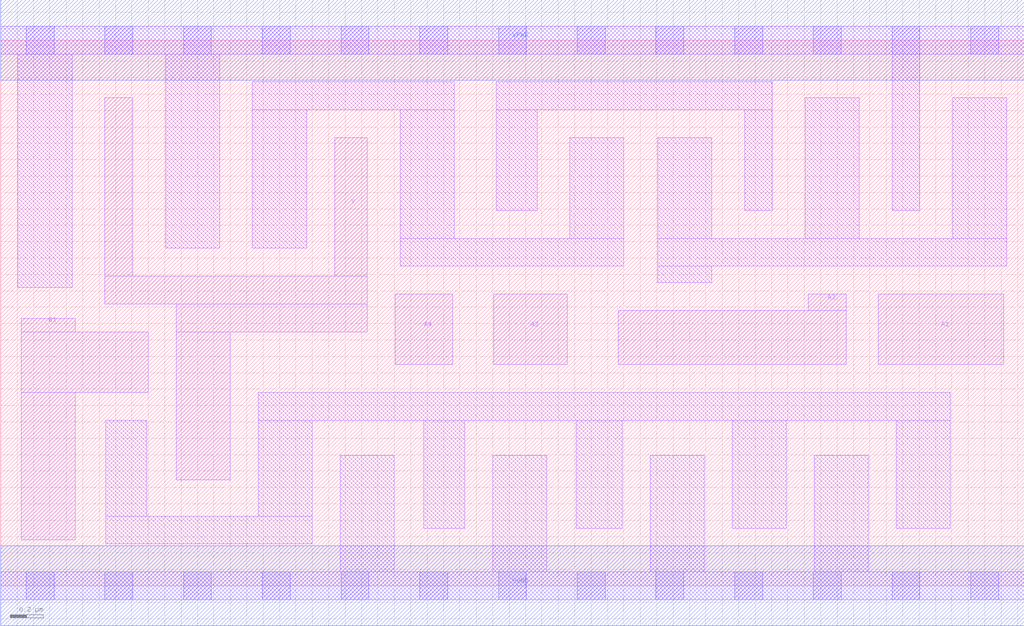
<source format=lef>
# Copyright 2020 The SkyWater PDK Authors
#
# Licensed under the Apache License, Version 2.0 (the "License");
# you may not use this file except in compliance with the License.
# You may obtain a copy of the License at
#
#     https://www.apache.org/licenses/LICENSE-2.0
#
# Unless required by applicable law or agreed to in writing, software
# distributed under the License is distributed on an "AS IS" BASIS,
# WITHOUT WARRANTIES OR CONDITIONS OF ANY KIND, either express or implied.
# See the License for the specific language governing permissions and
# limitations under the License.
#
# SPDX-License-Identifier: Apache-2.0

VERSION 5.7 ;
  NAMESCASESENSITIVE ON ;
  NOWIREEXTENSIONATPIN ON ;
  DIVIDERCHAR "/" ;
  BUSBITCHARS "[]" ;
UNITS
  DATABASE MICRONS 200 ;
END UNITS
MACRO sky130_fd_sc_hs__o41ai_2
  CLASS CORE ;
  SOURCE USER ;
  FOREIGN sky130_fd_sc_hs__o41ai_2 ;
  ORIGIN  0.000000  0.000000 ;
  SIZE  6.240000 BY  3.330000 ;
  SYMMETRY X Y ;
  SITE unit ;
  PIN A1
    ANTENNAGATEAREA  0.558000 ;
    DIRECTION INPUT ;
    USE SIGNAL ;
    PORT
      LAYER li1 ;
        RECT 5.350000 1.350000 6.115000 1.780000 ;
    END
  END A1
  PIN A2
    ANTENNAGATEAREA  0.558000 ;
    DIRECTION INPUT ;
    USE SIGNAL ;
    PORT
      LAYER li1 ;
        RECT 3.765000 1.350000 5.155000 1.680000 ;
        RECT 4.925000 1.680000 5.155000 1.780000 ;
    END
  END A2
  PIN A3
    ANTENNAGATEAREA  0.558000 ;
    DIRECTION INPUT ;
    USE SIGNAL ;
    PORT
      LAYER li1 ;
        RECT 3.005000 1.350000 3.455000 1.780000 ;
    END
  END A3
  PIN A4
    ANTENNAGATEAREA  0.558000 ;
    DIRECTION INPUT ;
    USE SIGNAL ;
    PORT
      LAYER li1 ;
        RECT 2.405000 1.350000 2.755000 1.780000 ;
    END
  END A4
  PIN B1
    ANTENNAGATEAREA  0.558000 ;
    DIRECTION INPUT ;
    USE SIGNAL ;
    PORT
      LAYER li1 ;
        RECT 0.125000 0.280000 0.455000 1.180000 ;
        RECT 0.125000 1.180000 0.900000 1.550000 ;
        RECT 0.125000 1.550000 0.455000 1.630000 ;
    END
  END B1
  PIN Y
    ANTENNADIFFAREA  0.879200 ;
    DIRECTION OUTPUT ;
    USE SIGNAL ;
    PORT
      LAYER li1 ;
        RECT 0.635000 1.720000 2.235000 1.890000 ;
        RECT 0.635000 1.890000 0.805000 2.980000 ;
        RECT 1.070000 0.645000 1.400000 1.550000 ;
        RECT 1.070000 1.550000 2.235000 1.720000 ;
        RECT 2.035000 1.890000 2.235000 2.735000 ;
    END
  END Y
  PIN VGND
    DIRECTION INOUT ;
    USE GROUND ;
    PORT
      LAYER met1 ;
        RECT 0.000000 -0.245000 6.240000 0.245000 ;
    END
  END VGND
  PIN VPWR
    DIRECTION INOUT ;
    USE POWER ;
    PORT
      LAYER met1 ;
        RECT 0.000000 3.085000 6.240000 3.575000 ;
    END
  END VPWR
  OBS
    LAYER li1 ;
      RECT 0.000000 -0.085000 6.240000 0.085000 ;
      RECT 0.000000  3.245000 6.240000 3.415000 ;
      RECT 0.105000  1.820000 0.435000 3.245000 ;
      RECT 0.640000  0.255000 1.900000 0.425000 ;
      RECT 0.640000  0.425000 0.890000 1.010000 ;
      RECT 1.005000  2.060000 1.335000 3.245000 ;
      RECT 1.535000  2.060000 1.865000 2.905000 ;
      RECT 1.535000  2.905000 2.765000 3.075000 ;
      RECT 1.570000  0.425000 1.900000 1.010000 ;
      RECT 1.570000  1.010000 5.790000 1.180000 ;
      RECT 2.070000  0.085000 2.400000 0.795000 ;
      RECT 2.435000  1.950000 3.800000 2.120000 ;
      RECT 2.435000  2.120000 2.765000 2.905000 ;
      RECT 2.580000  0.350000 2.830000 1.010000 ;
      RECT 3.000000  0.085000 3.330000 0.795000 ;
      RECT 3.020000  2.290000 3.270000 2.905000 ;
      RECT 3.020000  2.905000 4.705000 3.075000 ;
      RECT 3.470000  2.120000 3.800000 2.735000 ;
      RECT 3.510000  0.350000 3.790000 1.010000 ;
      RECT 3.960000  0.085000 4.290000 0.795000 ;
      RECT 4.005000  1.850000 4.335000 1.950000 ;
      RECT 4.005000  1.950000 6.135000 2.120000 ;
      RECT 4.005000  2.120000 4.335000 2.735000 ;
      RECT 4.460000  0.350000 4.790000 1.010000 ;
      RECT 4.535000  2.290000 4.705000 2.905000 ;
      RECT 4.905000  2.120000 5.235000 2.980000 ;
      RECT 4.960000  0.085000 5.290000 0.795000 ;
      RECT 5.435000  2.290000 5.605000 3.245000 ;
      RECT 5.460000  0.350000 5.790000 1.010000 ;
      RECT 5.805000  2.120000 6.135000 2.980000 ;
    LAYER mcon ;
      RECT 0.155000 -0.085000 0.325000 0.085000 ;
      RECT 0.155000  3.245000 0.325000 3.415000 ;
      RECT 0.635000 -0.085000 0.805000 0.085000 ;
      RECT 0.635000  3.245000 0.805000 3.415000 ;
      RECT 1.115000 -0.085000 1.285000 0.085000 ;
      RECT 1.115000  3.245000 1.285000 3.415000 ;
      RECT 1.595000 -0.085000 1.765000 0.085000 ;
      RECT 1.595000  3.245000 1.765000 3.415000 ;
      RECT 2.075000 -0.085000 2.245000 0.085000 ;
      RECT 2.075000  3.245000 2.245000 3.415000 ;
      RECT 2.555000 -0.085000 2.725000 0.085000 ;
      RECT 2.555000  3.245000 2.725000 3.415000 ;
      RECT 3.035000 -0.085000 3.205000 0.085000 ;
      RECT 3.035000  3.245000 3.205000 3.415000 ;
      RECT 3.515000 -0.085000 3.685000 0.085000 ;
      RECT 3.515000  3.245000 3.685000 3.415000 ;
      RECT 3.995000 -0.085000 4.165000 0.085000 ;
      RECT 3.995000  3.245000 4.165000 3.415000 ;
      RECT 4.475000 -0.085000 4.645000 0.085000 ;
      RECT 4.475000  3.245000 4.645000 3.415000 ;
      RECT 4.955000 -0.085000 5.125000 0.085000 ;
      RECT 4.955000  3.245000 5.125000 3.415000 ;
      RECT 5.435000 -0.085000 5.605000 0.085000 ;
      RECT 5.435000  3.245000 5.605000 3.415000 ;
      RECT 5.915000 -0.085000 6.085000 0.085000 ;
      RECT 5.915000  3.245000 6.085000 3.415000 ;
  END
END sky130_fd_sc_hs__o41ai_2

</source>
